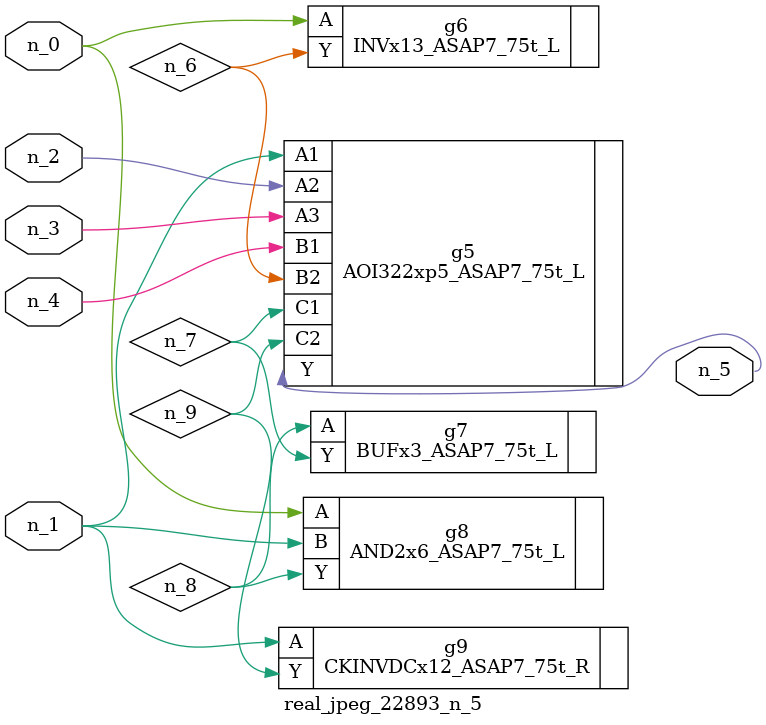
<source format=v>
module real_jpeg_22893_n_5 (n_4, n_0, n_1, n_2, n_3, n_5);

input n_4;
input n_0;
input n_1;
input n_2;
input n_3;

output n_5;

wire n_8;
wire n_6;
wire n_7;
wire n_9;

INVx13_ASAP7_75t_L g6 ( 
.A(n_0),
.Y(n_6)
);

AND2x6_ASAP7_75t_L g8 ( 
.A(n_0),
.B(n_1),
.Y(n_8)
);

AOI322xp5_ASAP7_75t_L g5 ( 
.A1(n_1),
.A2(n_2),
.A3(n_3),
.B1(n_4),
.B2(n_6),
.C1(n_7),
.C2(n_9),
.Y(n_5)
);

CKINVDCx12_ASAP7_75t_R g9 ( 
.A(n_1),
.Y(n_9)
);

BUFx3_ASAP7_75t_L g7 ( 
.A(n_8),
.Y(n_7)
);


endmodule
</source>
